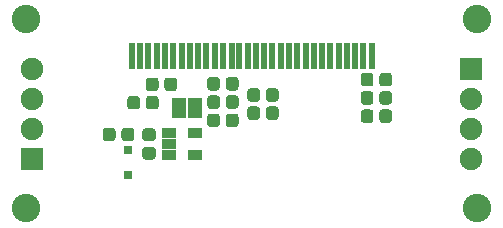
<source format=gbr>
%TF.GenerationSoftware,KiCad,Pcbnew,(5.1.6)-1*%
%TF.CreationDate,2020-09-28T23:29:11+08:00*%
%TF.ProjectId,Crenshaw,4372656e-7368-4617-972e-6b696361645f,rev?*%
%TF.SameCoordinates,Original*%
%TF.FileFunction,Soldermask,Top*%
%TF.FilePolarity,Negative*%
%FSLAX46Y46*%
G04 Gerber Fmt 4.6, Leading zero omitted, Abs format (unit mm)*
G04 Created by KiCad (PCBNEW (5.1.6)-1) date 2020-09-28 23:29:11*
%MOMM*%
%LPD*%
G01*
G04 APERTURE LIST*
%ADD10C,2.404000*%
%ADD11R,0.604000X2.204000*%
%ADD12O,1.904000X1.904000*%
%ADD13R,1.904000X1.904000*%
%ADD14R,1.204000X1.704000*%
%ADD15R,1.264000X0.854000*%
%ADD16R,0.654000X0.804000*%
G04 APERTURE END LIST*
D10*
%TO.C,REF\u002A\u002A*%
X201100000Y-103249998D03*
%TD*%
%TO.C,REF\u002A\u002A*%
X162900001Y-119250001D03*
%TD*%
%TO.C,REF\u002A\u002A*%
X162900001Y-103249999D03*
%TD*%
%TO.C,REF\u002A\u002A*%
X201100000Y-119250002D03*
%TD*%
%TO.C,R4*%
G36*
G01*
X172992747Y-114048001D02*
X173607247Y-114048001D01*
G75*
G02*
X173876997Y-114317751I0J-269750D01*
G01*
X173876997Y-114857251D01*
G75*
G02*
X173607247Y-115127001I-269750J0D01*
G01*
X172992747Y-115127001D01*
G75*
G02*
X172722997Y-114857251I0J269750D01*
G01*
X172722997Y-114317751D01*
G75*
G02*
X172992747Y-114048001I269750J0D01*
G01*
G37*
G36*
G01*
X172992747Y-112473001D02*
X173607247Y-112473001D01*
G75*
G02*
X173876997Y-112742751I0J-269750D01*
G01*
X173876997Y-113282251D01*
G75*
G02*
X173607247Y-113552001I-269750J0D01*
G01*
X172992747Y-113552001D01*
G75*
G02*
X172722997Y-113282251I0J269750D01*
G01*
X172722997Y-112742751D01*
G75*
G02*
X172992747Y-112473001I269750J0D01*
G01*
G37*
%TD*%
%TO.C,R3*%
G36*
G01*
X183197999Y-111507250D02*
X183197999Y-110892750D01*
G75*
G02*
X183467749Y-110623000I269750J0D01*
G01*
X184007249Y-110623000D01*
G75*
G02*
X184276999Y-110892750I0J-269750D01*
G01*
X184276999Y-111507250D01*
G75*
G02*
X184007249Y-111777000I-269750J0D01*
G01*
X183467749Y-111777000D01*
G75*
G02*
X183197999Y-111507250I0J269750D01*
G01*
G37*
G36*
G01*
X181622999Y-111507250D02*
X181622999Y-110892750D01*
G75*
G02*
X181892749Y-110623000I269750J0D01*
G01*
X182432249Y-110623000D01*
G75*
G02*
X182701999Y-110892750I0J-269750D01*
G01*
X182701999Y-111507250D01*
G75*
G02*
X182432249Y-111777000I-269750J0D01*
G01*
X181892749Y-111777000D01*
G75*
G02*
X181622999Y-111507250I0J269750D01*
G01*
G37*
%TD*%
%TO.C,R2*%
G36*
G01*
X183198000Y-109957250D02*
X183198000Y-109342750D01*
G75*
G02*
X183467750Y-109073000I269750J0D01*
G01*
X184007250Y-109073000D01*
G75*
G02*
X184277000Y-109342750I0J-269750D01*
G01*
X184277000Y-109957250D01*
G75*
G02*
X184007250Y-110227000I-269750J0D01*
G01*
X183467750Y-110227000D01*
G75*
G02*
X183198000Y-109957250I0J269750D01*
G01*
G37*
G36*
G01*
X181623000Y-109957250D02*
X181623000Y-109342750D01*
G75*
G02*
X181892750Y-109073000I269750J0D01*
G01*
X182432250Y-109073000D01*
G75*
G02*
X182702000Y-109342750I0J-269750D01*
G01*
X182702000Y-109957250D01*
G75*
G02*
X182432250Y-110227000I-269750J0D01*
G01*
X181892750Y-110227000D01*
G75*
G02*
X181623000Y-109957250I0J269750D01*
G01*
G37*
%TD*%
%TO.C,R1*%
G36*
G01*
X192798000Y-111757250D02*
X192798000Y-111142750D01*
G75*
G02*
X193067750Y-110873000I269750J0D01*
G01*
X193607250Y-110873000D01*
G75*
G02*
X193877000Y-111142750I0J-269750D01*
G01*
X193877000Y-111757250D01*
G75*
G02*
X193607250Y-112027000I-269750J0D01*
G01*
X193067750Y-112027000D01*
G75*
G02*
X192798000Y-111757250I0J269750D01*
G01*
G37*
G36*
G01*
X191223000Y-111757250D02*
X191223000Y-111142750D01*
G75*
G02*
X191492750Y-110873000I269750J0D01*
G01*
X192032250Y-110873000D01*
G75*
G02*
X192302000Y-111142750I0J-269750D01*
G01*
X192302000Y-111757250D01*
G75*
G02*
X192032250Y-112027000I-269750J0D01*
G01*
X191492750Y-112027000D01*
G75*
G02*
X191223000Y-111757250I0J269750D01*
G01*
G37*
%TD*%
%TO.C,C8*%
G36*
G01*
X179798000Y-112107250D02*
X179798000Y-111492750D01*
G75*
G02*
X180067750Y-111223000I269750J0D01*
G01*
X180607250Y-111223000D01*
G75*
G02*
X180877000Y-111492750I0J-269750D01*
G01*
X180877000Y-112107250D01*
G75*
G02*
X180607250Y-112377000I-269750J0D01*
G01*
X180067750Y-112377000D01*
G75*
G02*
X179798000Y-112107250I0J269750D01*
G01*
G37*
G36*
G01*
X178223000Y-112107250D02*
X178223000Y-111492750D01*
G75*
G02*
X178492750Y-111223000I269750J0D01*
G01*
X179032250Y-111223000D01*
G75*
G02*
X179302000Y-111492750I0J-269750D01*
G01*
X179302000Y-112107250D01*
G75*
G02*
X179032250Y-112377000I-269750J0D01*
G01*
X178492750Y-112377000D01*
G75*
G02*
X178223000Y-112107250I0J269750D01*
G01*
G37*
%TD*%
%TO.C,C7*%
G36*
G01*
X170464500Y-112692750D02*
X170464500Y-113307250D01*
G75*
G02*
X170194750Y-113577000I-269750J0D01*
G01*
X169655250Y-113577000D01*
G75*
G02*
X169385500Y-113307250I0J269750D01*
G01*
X169385500Y-112692750D01*
G75*
G02*
X169655250Y-112423000I269750J0D01*
G01*
X170194750Y-112423000D01*
G75*
G02*
X170464500Y-112692750I0J-269750D01*
G01*
G37*
G36*
G01*
X172039500Y-112692750D02*
X172039500Y-113307250D01*
G75*
G02*
X171769750Y-113577000I-269750J0D01*
G01*
X171230250Y-113577000D01*
G75*
G02*
X170960500Y-113307250I0J269750D01*
G01*
X170960500Y-112692750D01*
G75*
G02*
X171230250Y-112423000I269750J0D01*
G01*
X171769750Y-112423000D01*
G75*
G02*
X172039500Y-112692750I0J-269750D01*
G01*
G37*
%TD*%
%TO.C,C6*%
G36*
G01*
X179797999Y-110557248D02*
X179797999Y-109942748D01*
G75*
G02*
X180067749Y-109672998I269750J0D01*
G01*
X180607249Y-109672998D01*
G75*
G02*
X180876999Y-109942748I0J-269750D01*
G01*
X180876999Y-110557248D01*
G75*
G02*
X180607249Y-110826998I-269750J0D01*
G01*
X180067749Y-110826998D01*
G75*
G02*
X179797999Y-110557248I0J269750D01*
G01*
G37*
G36*
G01*
X178222999Y-110557248D02*
X178222999Y-109942748D01*
G75*
G02*
X178492749Y-109672998I269750J0D01*
G01*
X179032249Y-109672998D01*
G75*
G02*
X179301999Y-109942748I0J-269750D01*
G01*
X179301999Y-110557248D01*
G75*
G02*
X179032249Y-110826998I-269750J0D01*
G01*
X178492749Y-110826998D01*
G75*
G02*
X178222999Y-110557248I0J269750D01*
G01*
G37*
%TD*%
%TO.C,C5*%
G36*
G01*
X179798001Y-109007249D02*
X179798001Y-108392749D01*
G75*
G02*
X180067751Y-108122999I269750J0D01*
G01*
X180607251Y-108122999D01*
G75*
G02*
X180877001Y-108392749I0J-269750D01*
G01*
X180877001Y-109007249D01*
G75*
G02*
X180607251Y-109276999I-269750J0D01*
G01*
X180067751Y-109276999D01*
G75*
G02*
X179798001Y-109007249I0J269750D01*
G01*
G37*
G36*
G01*
X178223001Y-109007249D02*
X178223001Y-108392749D01*
G75*
G02*
X178492751Y-108122999I269750J0D01*
G01*
X179032251Y-108122999D01*
G75*
G02*
X179302001Y-108392749I0J-269750D01*
G01*
X179302001Y-109007249D01*
G75*
G02*
X179032251Y-109276999I-269750J0D01*
G01*
X178492751Y-109276999D01*
G75*
G02*
X178223001Y-109007249I0J269750D01*
G01*
G37*
%TD*%
%TO.C,C4*%
G36*
G01*
X192302001Y-108042751D02*
X192302001Y-108657251D01*
G75*
G02*
X192032251Y-108927001I-269750J0D01*
G01*
X191492751Y-108927001D01*
G75*
G02*
X191223001Y-108657251I0J269750D01*
G01*
X191223001Y-108042751D01*
G75*
G02*
X191492751Y-107773001I269750J0D01*
G01*
X192032251Y-107773001D01*
G75*
G02*
X192302001Y-108042751I0J-269750D01*
G01*
G37*
G36*
G01*
X193877001Y-108042751D02*
X193877001Y-108657251D01*
G75*
G02*
X193607251Y-108927001I-269750J0D01*
G01*
X193067751Y-108927001D01*
G75*
G02*
X192798001Y-108657251I0J269750D01*
G01*
X192798001Y-108042751D01*
G75*
G02*
X193067751Y-107773001I269750J0D01*
G01*
X193607251Y-107773001D01*
G75*
G02*
X193877001Y-108042751I0J-269750D01*
G01*
G37*
%TD*%
%TO.C,C3*%
G36*
G01*
X174102000Y-108442750D02*
X174102000Y-109057250D01*
G75*
G02*
X173832250Y-109327000I-269750J0D01*
G01*
X173292750Y-109327000D01*
G75*
G02*
X173023000Y-109057250I0J269750D01*
G01*
X173023000Y-108442750D01*
G75*
G02*
X173292750Y-108173000I269750J0D01*
G01*
X173832250Y-108173000D01*
G75*
G02*
X174102000Y-108442750I0J-269750D01*
G01*
G37*
G36*
G01*
X175677000Y-108442750D02*
X175677000Y-109057250D01*
G75*
G02*
X175407250Y-109327000I-269750J0D01*
G01*
X174867750Y-109327000D01*
G75*
G02*
X174598000Y-109057250I0J269750D01*
G01*
X174598000Y-108442750D01*
G75*
G02*
X174867750Y-108173000I269750J0D01*
G01*
X175407250Y-108173000D01*
G75*
G02*
X175677000Y-108442750I0J-269750D01*
G01*
G37*
%TD*%
%TO.C,C2*%
G36*
G01*
X192302001Y-109592750D02*
X192302001Y-110207250D01*
G75*
G02*
X192032251Y-110477000I-269750J0D01*
G01*
X191492751Y-110477000D01*
G75*
G02*
X191223001Y-110207250I0J269750D01*
G01*
X191223001Y-109592750D01*
G75*
G02*
X191492751Y-109323000I269750J0D01*
G01*
X192032251Y-109323000D01*
G75*
G02*
X192302001Y-109592750I0J-269750D01*
G01*
G37*
G36*
G01*
X193877001Y-109592750D02*
X193877001Y-110207250D01*
G75*
G02*
X193607251Y-110477000I-269750J0D01*
G01*
X193067751Y-110477000D01*
G75*
G02*
X192798001Y-110207250I0J269750D01*
G01*
X192798001Y-109592750D01*
G75*
G02*
X193067751Y-109323000I269750J0D01*
G01*
X193607251Y-109323000D01*
G75*
G02*
X193877001Y-109592750I0J-269750D01*
G01*
G37*
%TD*%
%TO.C,C1*%
G36*
G01*
X172539500Y-109992750D02*
X172539500Y-110607250D01*
G75*
G02*
X172269750Y-110877000I-269750J0D01*
G01*
X171730250Y-110877000D01*
G75*
G02*
X171460500Y-110607250I0J269750D01*
G01*
X171460500Y-109992750D01*
G75*
G02*
X171730250Y-109723000I269750J0D01*
G01*
X172269750Y-109723000D01*
G75*
G02*
X172539500Y-109992750I0J-269750D01*
G01*
G37*
G36*
G01*
X174114500Y-109992750D02*
X174114500Y-110607250D01*
G75*
G02*
X173844750Y-110877000I-269750J0D01*
G01*
X173305250Y-110877000D01*
G75*
G02*
X173035500Y-110607250I0J269750D01*
G01*
X173035500Y-109992750D01*
G75*
G02*
X173305250Y-109723000I269750J0D01*
G01*
X173844750Y-109723000D01*
G75*
G02*
X174114500Y-109992750I0J-269750D01*
G01*
G37*
%TD*%
D11*
%TO.C,P1*%
X192150000Y-106350000D03*
X191450000Y-106350000D03*
X190750000Y-106350000D03*
X190050000Y-106350000D03*
X189350000Y-106350000D03*
X188650000Y-106350000D03*
X187950000Y-106350000D03*
X187250000Y-106350000D03*
X186550000Y-106350000D03*
X185850000Y-106350000D03*
X185150000Y-106350000D03*
X184450000Y-106350000D03*
X183750000Y-106350000D03*
X183050000Y-106350000D03*
X180950000Y-106350000D03*
X180300000Y-106350000D03*
X179550000Y-106350000D03*
X178850000Y-106350000D03*
X178150000Y-106350000D03*
X177450000Y-106350000D03*
X176750000Y-106350000D03*
X176050000Y-106350000D03*
X175350000Y-106350000D03*
X174650000Y-106350000D03*
X173950000Y-106350000D03*
X173250000Y-106350000D03*
X172550000Y-106350000D03*
X171850000Y-106350000D03*
X182350000Y-106350000D03*
X181650000Y-106350000D03*
%TD*%
D12*
%TO.C,J3*%
X200600000Y-115060000D03*
X200600000Y-112520000D03*
X200600000Y-109980000D03*
D13*
X200600000Y-107440000D03*
%TD*%
D12*
%TO.C,J2*%
X163400000Y-107440000D03*
X163400000Y-109980000D03*
X163400000Y-112520000D03*
D13*
X163400000Y-115060000D03*
%TD*%
D14*
%TO.C,J1*%
X175850000Y-110750000D03*
X177150000Y-110750000D03*
%TD*%
D15*
%TO.C,U1*%
X177150000Y-112850000D03*
X177150000Y-114750000D03*
X174950000Y-114750000D03*
X174950000Y-113800000D03*
X174950000Y-112850000D03*
%TD*%
D16*
%TO.C,D1*%
X171500000Y-116450000D03*
X171500000Y-114350000D03*
%TD*%
M02*

</source>
